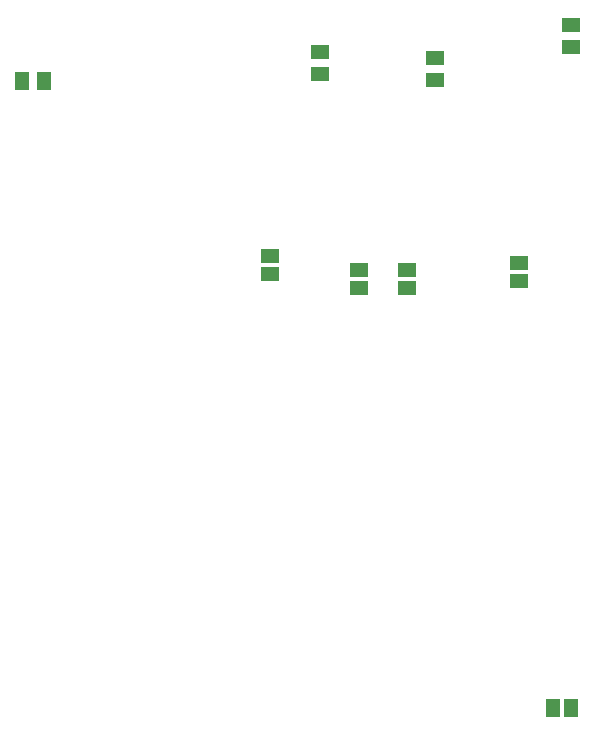
<source format=gbr>
G04 EAGLE Gerber RS-274X export*
G75*
%MOMM*%
%FSLAX36Y36*%
%LPD*%
%INSolderpaste Bottom*%
%IPPOS*%
%AMOC8*
5,1,8,0,0,1.08239X$1,22.5*%
G01*
%ADD10R,1.500000X1.300000*%
%ADD11R,1.300000X1.500000*%
%ADD12R,1.600200X1.168400*%
%ADD13R,1.168400X1.600200*%


D10*
X57460000Y73240000D03*
X57460000Y71340000D03*
D11*
X12890000Y68440000D03*
X10990000Y68440000D03*
D12*
X39500000Y52482000D03*
X39500000Y50958000D03*
X31990000Y53632000D03*
X31990000Y52108000D03*
X53120000Y53072000D03*
X53120000Y51548000D03*
X43560000Y52512000D03*
X43560000Y50988000D03*
D13*
X57462000Y15390000D03*
X55938000Y15390000D03*
D10*
X36270000Y69070000D03*
X36270000Y70970000D03*
X45990000Y68530000D03*
X45990000Y70430000D03*
M02*

</source>
